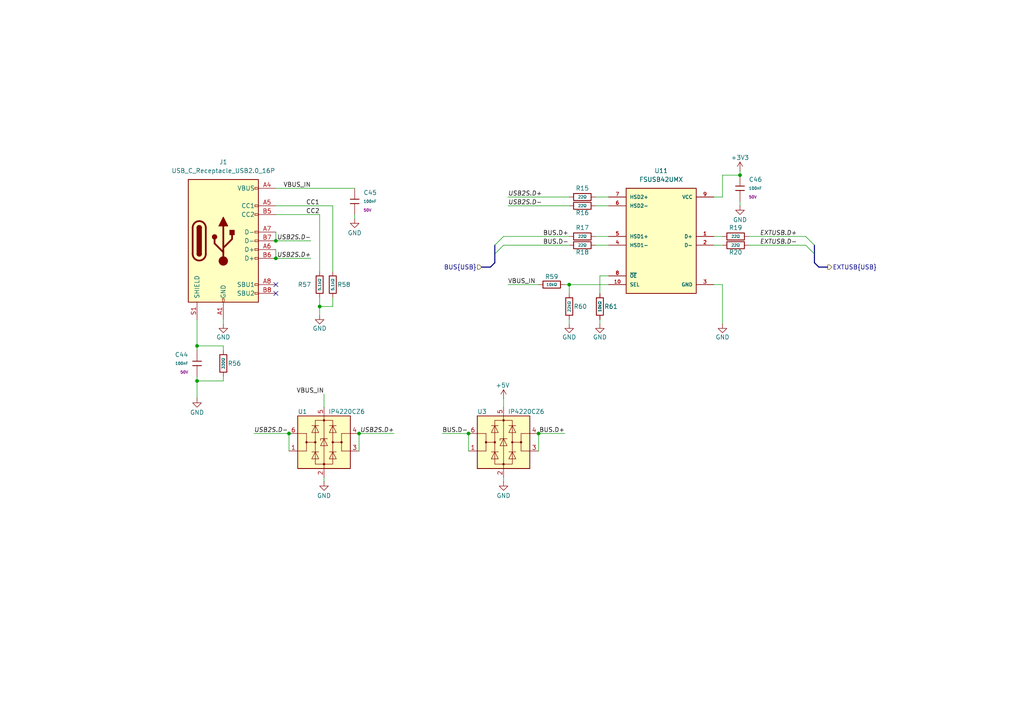
<source format=kicad_sch>
(kicad_sch (version 20231120) (generator "eeschema") (generator_version "8.0")
  (paper "A4")
  (title_block (date "2025-01-10") (rev "1.0") (company "Patryk Dudziński"))
  (lib_symbols
    (symbol "FSUSB42UMX:FSUSB42UMX" (pin_names (offset 1.016))
      (property "Reference" "U" (at -10.16 15.748 0))
      (property "Value" "FSUSB42UMX" (at -10.16 -17.78 0))
      (symbol "FSUSB42UMX_0_0"
        (rectangle (start -10.16 15.24) (end 10.16 -15.24) (stroke (width 0.254)) (fill (type background)))
        (pin bidirectional line (at 15.24 1.27 180) (length 5.08) (name "D+") (number "1"))
        (pin input line (at -15.24 -12.7 0) (length 5.08) (name "SEL") (number "10"))
        (pin bidirectional line (at 15.24 -1.27 180) (length 5.08) (name "D-") (number "2"))
        (pin power_in line (at 15.24 -12.7 180) (length 5.08) (name "GND") (number "3"))
        (pin input line (at -15.24 -1.27 0) (length 5.08) (name "HSD1-") (number "4"))
        (pin input line (at -15.24 1.27 0) (length 5.08) (name "HSD1+") (number "5"))
        (pin input line (at -15.24 10.16 0) (length 5.08) (name "HSD2-") (number "6"))
        (pin input line (at -15.24 12.7 0) (length 5.08) (name "HSD2+") (number "7"))
        (pin input line (at -15.24 -10.16 0) (length 5.08) (name "~{OE}") (number "8"))
        (pin power_in line (at 15.24 12.7 180) (length 5.08) (name "VCC") (number "9"))
      )
    )
    (symbol "PCM_JLCPCB-Capacitors:0402,100nF,(2)" (pin_numbers hide) (pin_names (offset 0))
      (property "Reference" "C" (at 2.032 1.668 0))
      (property "Value" "100nF" (at 2.032 -0.3782 0))
      (property "Voltage Rated" "50V" (at 2.032 -2.0462 0))
      (symbol "0402,100nF,(2)_0_1"
        (polyline (pts (xy -1.27 -0.635) (xy 1.27 -0.635)) (stroke (width 0.254)))
        (polyline (pts (xy -1.27 0.635) (xy 1.27 0.635)) (stroke (width 0.254)))
      )
      (symbol "0402,100nF,(2)_1_1"
        (pin passive line (at 0 3.81 270) (length 3.175) (name "~") (number "1"))
        (pin passive line (at 0 -3.81 90) (length 3.175) (name "~") (number "2"))
      )
    )
    (symbol "PCM_JLCPCB-Resistors:0402,10kΩ" (pin_numbers hide) (pin_names (offset 0))
      (property "Reference" "R" (at 1.778 0 0))
      (property "Value" "10kΩ" (at 0 0 90))
      (symbol "0402,10kΩ_0_1"
        (rectangle (start -1.016 2.54) (end 1.016 -2.54) (stroke (width 0.254)))
      )
      (symbol "0402,10kΩ_1_1"
        (pin passive line (at 0 3.81 270) (length 1.27) (name "~") (number "1"))
        (pin passive line (at 0 -3.81 90) (length 1.27) (name "~") (number "2"))
      )
    )
    (symbol "PCM_JLCPCB-Resistors:0402,22kΩ" (pin_numbers hide) (pin_names (offset 0))
      (property "Reference" "R" (at 1.778 0 0))
      (property "Value" "22kΩ" (at 0 0 90))
      (symbol "0402,22kΩ_0_1"
        (rectangle (start -1.016 2.54) (end 1.016 -2.54) (stroke (width 0.254)))
      )
      (symbol "0402,22kΩ_1_1"
        (pin passive line (at 0 3.81 270) (length 1.27) (name "~") (number "1"))
        (pin passive line (at 0 -3.81 90) (length 1.27) (name "~") (number "2"))
      )
    )
    (symbol "PCM_JLCPCB-Resistors:0402,22Ω" (pin_numbers hide) (pin_names (offset 0))
      (property "Reference" "R" (at 1.778 0 0))
      (property "Value" "22Ω" (at 0 0 90))
      (symbol "0402,22Ω_0_1"
        (rectangle (start -1.016 2.54) (end 1.016 -2.54) (stroke (width 0.254)))
      )
      (symbol "0402,22Ω_1_1"
        (pin passive line (at 0 3.81 270) (length 1.27) (name "~") (number "1"))
        (pin passive line (at 0 -3.81 90) (length 1.27) (name "~") (number "2"))
      )
    )
    (symbol "PCM_JLCPCB-Resistors:0402,330Ω" (pin_numbers hide) (pin_names (offset 0))
      (property "Reference" "R" (at 1.778 0 0))
      (property "Value" "330Ω" (at 0 0 90))
      (symbol "0402,330Ω_0_1"
        (rectangle (start -1.016 2.54) (end 1.016 -2.54) (stroke (width 0.254)))
      )
      (symbol "0402,330Ω_1_1"
        (pin passive line (at 0 3.81 270) (length 1.27) (name "~") (number "1"))
        (pin passive line (at 0 -3.81 90) (length 1.27) (name "~") (number "2"))
      )
    )
    (symbol "PCM_JLCPCB-Resistors:0402,5.1kΩ" (pin_numbers hide) (pin_names (offset 0))
      (property "Reference" "R" (at 1.778 0 0))
      (property "Value" "5.1kΩ" (at 0 0 90))
      (symbol "0402,5.1kΩ_0_1"
        (rectangle (start -1.016 2.54) (end 1.016 -2.54) (stroke (width 0.254)))
      )
      (symbol "0402,5.1kΩ_1_1"
        (pin passive line (at 0 3.81 270) (length 1.27) (name "~") (number "1"))
        (pin passive line (at 0 -3.81 90) (length 1.27) (name "~") (number "2"))
      )
    )
    (symbol "Power_Protection:USBLC6-2SC6" (pin_names hide)
      (property "Reference" "U" (at 2.54 8.89 0))
      (property "Value" "USBLC6-2SC6" (at 2.54 -8.89 0))
      (symbol "USBLC6-2SC6_0_1"
        (rectangle (start -7.62 -7.62) (end 7.62 7.62) (stroke (width 0.254)) (fill (type background)))
        (circle (center -5.08 0) (radius 0.254) (fill (type outline)))
        (circle (center -2.54 0) (radius 0.254) (fill (type outline)))
        (rectangle (start -2.54 6.35) (end 2.54 -6.35))
        (circle (center 0 -6.35) (radius 0.254) (fill (type outline)))
        (polyline (pts (xy -5.08 -2.54) (xy -7.62 -2.54)))
        (polyline (pts (xy -5.08 0) (xy -5.08 -2.54)))
        (polyline (pts (xy -5.08 2.54) (xy -7.62 2.54)))
        (polyline (pts (xy -1.524 -2.794) (xy -3.556 -2.794)))
        (polyline (pts (xy -1.524 4.826) (xy -3.556 4.826)))
        (polyline (pts (xy 0 -7.62) (xy 0 -6.35)))
        (polyline (pts (xy 0 -6.35) (xy 0 1.27)))
        (polyline (pts (xy 0 1.27) (xy 0 6.35)))
        (polyline (pts (xy 0 6.35) (xy 0 7.62)))
        (polyline (pts (xy 1.524 -2.794) (xy 3.556 -2.794)))
        (polyline (pts (xy 1.524 4.826) (xy 3.556 4.826)))
        (polyline (pts (xy 5.08 -2.54) (xy 7.62 -2.54)))
        (polyline (pts (xy 5.08 0) (xy 5.08 -2.54)))
        (polyline (pts (xy 5.08 2.54) (xy 7.62 2.54)))
        (polyline (pts (xy -2.54 0) (xy -5.08 0) (xy -5.08 2.54)))
        (polyline (pts (xy 2.54 0) (xy 5.08 0) (xy 5.08 2.54)))
        (polyline (pts (xy -3.556 -4.826) (xy -1.524 -4.826) (xy -2.54 -2.794) (xy -3.556 -4.826)))
        (polyline (pts (xy -3.556 2.794) (xy -1.524 2.794) (xy -2.54 4.826) (xy -3.556 2.794)))
        (polyline (pts (xy -1.016 -1.016) (xy 1.016 -1.016) (xy 0 1.016) (xy -1.016 -1.016)))
        (polyline (pts (xy 1.016 1.016) (xy 0.762 1.016) (xy -1.016 1.016) (xy -1.016 0.508)))
        (polyline (pts (xy 3.556 -4.826) (xy 1.524 -4.826) (xy 2.54 -2.794) (xy 3.556 -4.826)))
        (polyline (pts (xy 3.556 2.794) (xy 1.524 2.794) (xy 2.54 4.826) (xy 3.556 2.794)))
        (circle (center 0 6.35) (radius 0.254) (fill (type outline)))
        (circle (center 2.54 0) (radius 0.254) (fill (type outline)))
        (circle (center 5.08 0) (radius 0.254) (fill (type outline)))
      )
      (symbol "USBLC6-2SC6_1_1"
        (pin passive line (at -10.16 -2.54 0) (length 2.54) (name "I/O1") (number "1"))
        (pin passive line (at 0 -10.16 90) (length 2.54) (name "GND") (number "2"))
        (pin passive line (at 10.16 -2.54 180) (length 2.54) (name "I/O2") (number "3"))
        (pin passive line (at 10.16 2.54 180) (length 2.54) (name "I/O2") (number "4"))
        (pin passive line (at 0 10.16 270) (length 2.54) (name "VBUS") (number "5"))
        (pin passive line (at -10.16 2.54 0) (length 2.54) (name "I/O1") (number "6"))
      )
    )
    (symbol "USB_C_Receptacle_USB2.0_16P_1" (pin_names (offset 1.016))
      (property "Reference" "J" (at 0 22.225 0))
      (property "Value" "USB_C_Receptacle_USB2.0_16P" (at 0 19.685 0))
      (symbol "USB_C_Receptacle_USB2.0_16P_1_0_0"
        (rectangle (start -0.254 -17.78) (end 0.254 -16.764))
        (rectangle (start 10.16 -14.986) (end 9.144 -15.494))
        (rectangle (start 10.16 -12.446) (end 9.144 -12.954))
        (rectangle (start 10.16 -4.826) (end 9.144 -5.334))
        (rectangle (start 10.16 -2.286) (end 9.144 -2.794))
        (rectangle (start 10.16 0.254) (end 9.144 -0.254))
        (rectangle (start 10.16 2.794) (end 9.144 2.286))
        (rectangle (start 10.16 7.874) (end 9.144 7.366))
        (rectangle (start 10.16 10.414) (end 9.144 9.906))
        (rectangle (start 10.16 15.494) (end 9.144 14.986))
      )
      (symbol "USB_C_Receptacle_USB2.0_16P_1_0_1"
        (rectangle (start -10.16 17.78) (end 10.16 -17.78) (stroke (width 0.254)) (fill (type background)))
        (arc (start -8.89 -3.81) (mid -6.985 -5.7067) (end -5.08 -3.81) (stroke (width 0.508)))
        (arc (start -7.62 -3.81) (mid -6.985 -4.4423) (end -6.35 -3.81) (stroke (width 0.254)))
        (arc (start -7.62 -3.81) (mid -6.985 -4.4423) (end -6.35 -3.81) (stroke (width 0.254)) (fill (type outline)))
        (rectangle (start -7.62 -3.81) (end -6.35 3.81) (stroke (width 0.254)) (fill (type outline)))
        (arc (start -6.35 3.81) (mid -6.985 4.4423) (end -7.62 3.81) (stroke (width 0.254)))
        (arc (start -6.35 3.81) (mid -6.985 4.4423) (end -7.62 3.81) (stroke (width 0.254)) (fill (type outline)))
        (arc (start -5.08 3.81) (mid -6.985 5.7067) (end -8.89 3.81) (stroke (width 0.508)))
        (circle (center -2.54 1.143) (radius 0.635) (stroke (width 0.254)) (fill (type outline)))
        (circle (center 0 -5.842) (radius 1.27) (fill (type outline)))
        (polyline (pts (xy -8.89 -3.81) (xy -8.89 3.81)) (stroke (width 0.508)))
        (polyline (pts (xy -5.08 3.81) (xy -5.08 -3.81)) (stroke (width 0.508)))
        (polyline (pts (xy 0 -5.842) (xy 0 4.318)) (stroke (width 0.508)))
        (polyline (pts (xy 0 -3.302) (xy -2.54 -0.762) (xy -2.54 0.508)) (stroke (width 0.508)))
        (polyline (pts (xy 0 -2.032) (xy 2.54 0.508) (xy 2.54 1.778)) (stroke (width 0.508)))
        (polyline (pts (xy -1.27 4.318) (xy 0 6.858) (xy 1.27 4.318) (xy -1.27 4.318)) (stroke (width 0.254)) (fill (type outline)))
        (rectangle (start 1.905 1.778) (end 3.175 3.048) (stroke (width 0.254)) (fill (type outline)))
      )
      (symbol "USB_C_Receptacle_USB2.0_16P_1_1_1"
        (pin passive line (at 0 -22.86 90) (length 5.08) (name "GND") (number "A1"))
        (pin passive line (at 0 -22.86 90) (length 5.08) hide (name "GND") (number "A12"))
        (pin passive line (at 15.24 15.24 180) (length 5.08) (name "VBUS") (number "A4"))
        (pin bidirectional line (at 15.24 10.16 180) (length 5.08) (name "CC1") (number "A5"))
        (pin bidirectional line (at 15.24 -2.54 180) (length 5.08) (name "D+") (number "A6"))
        (pin bidirectional line (at 15.24 2.54 180) (length 5.08) (name "D-") (number "A7"))
        (pin bidirectional line (at 15.24 -12.7 180) (length 5.08) (name "SBU1") (number "A8"))
        (pin passive line (at 15.24 15.24 180) (length 5.08) hide (name "VBUS") (number "A9"))
        (pin passive line (at 0 -22.86 90) (length 5.08) hide (name "GND") (number "B1"))
        (pin passive line (at 0 -22.86 90) (length 5.08) hide (name "GND") (number "B12"))
        (pin passive line (at 15.24 15.24 180) (length 5.08) hide (name "VBUS") (number "B4"))
        (pin bidirectional line (at 15.24 7.62 180) (length 5.08) (name "CC2") (number "B5"))
        (pin bidirectional line (at 15.24 -5.08 180) (length 5.08) (name "D+") (number "B6"))
        (pin bidirectional line (at 15.24 0 180) (length 5.08) (name "D-") (number "B7"))
        (pin bidirectional line (at 15.24 -15.24 180) (length 5.08) (name "SBU2") (number "B8"))
        (pin passive line (at 15.24 15.24 180) (length 5.08) hide (name "VBUS") (number "B9"))
        (pin passive line (at -7.62 -22.86 90) (length 5.08) (name "SHIELD") (number "S1"))
      )
    )
    (symbol "power:+5V" (power) (pin_numbers hide) (pin_names (offset 0) hide)
      (property "Value" "+5V" (at 0 3.556 0))
      (symbol "+5V_0_1"
        (polyline (pts (xy -0.762 1.27) (xy 0 2.54)))
        (polyline (pts (xy 0 0) (xy 0 2.54)))
        (polyline (pts (xy 0 2.54) (xy 0.762 1.27)))
      )
      (symbol "+5V_1_1"
        (pin power_in line (at 0 0 90) (length 0) (name "~") (number "1"))
      )
    )
    (symbol "power:GND" (power) (pin_numbers hide) (pin_names (offset 0) hide)
      (property "Value" "GND" (at 0 -3.81 0))
      (symbol "GND_0_1"
        (polyline (pts (xy 0 0) (xy 0 -1.27) (xy 1.27 -1.27) (xy 0 -2.54) (xy -1.27 -1.27) (xy 0 -1.27)))
      )
      (symbol "GND_1_1"
        (pin power_in line (at 0 0 270) (length 0) (name "~") (number "1"))
      )
    )
  )
  (junction (at 57.15 100.33))
  (junction (at 80.01 69.85))
  (junction (at 135.89 125.73))
  (junction (at 57.15 110.49))
  (junction (at 83.82 125.73))
  (junction (at 156.21 125.73))
  (junction (at 214.63 50.8))
  (junction (at 165.1 82.55))
  (junction (at 80.01 74.93))
  (junction (at 92.71 88.9))
  (junction (at 104.14 125.73))
  (no_connect (at 80.01 85.09))
  (no_connect (at 80.01 82.55))
  (bus_entry (at 233.68 68.58) (size 2.54 2.54))
  (bus_entry (at 143.51 71.12) (size 2.54 -2.54))
  (bus_entry (at 143.51 73.66) (size 2.54 -2.54))
  (bus_entry (at 233.68 71.12) (size 2.54 2.54))
  (bus (pts (xy 142.24 77.47) (xy 143.51 76.2)))
  (wire (pts (xy 163.83 82.55) (xy 165.1 82.55)))
  (wire (pts (xy 173.99 92.71) (xy 173.99 93.98)))
  (wire (pts (xy 172.72 57.15) (xy 176.53 57.15)))
  (wire (pts (xy 172.72 68.58) (xy 176.53 68.58)))
  (wire (pts (xy 207.01 57.15) (xy 209.55 57.15)))
  (wire (pts (xy 93.98 138.43) (xy 93.98 139.7)))
  (wire (pts (xy 146.05 68.58) (xy 165.1 68.58)))
  (bus (pts (xy 236.22 73.66) (xy 236.22 76.2)))
  (wire (pts (xy 217.17 71.12) (xy 233.68 71.12)))
  (wire (pts (xy 64.77 110.49) (xy 57.15 110.49)))
  (wire (pts (xy 146.05 115.57) (xy 146.05 118.11)))
  (wire (pts (xy 96.52 78.74) (xy 96.52 59.69)))
  (wire (pts (xy 93.98 114.3) (xy 93.98 118.11)))
  (wire (pts (xy 209.55 50.8) (xy 209.55 57.15)))
  (wire (pts (xy 214.63 49.53) (xy 214.63 50.8)))
  (wire (pts (xy 57.15 110.49) (xy 57.15 115.57)))
  (wire (pts (xy 57.15 100.33) (xy 57.15 101.6)))
  (wire (pts (xy 147.32 59.69) (xy 165.1 59.69)))
  (wire (pts (xy 73.66 125.73) (xy 83.82 125.73)))
  (wire (pts (xy 147.32 82.55) (xy 156.21 82.55)))
  (wire (pts (xy 209.55 93.98) (xy 209.55 82.55)))
  (wire (pts (xy 83.82 125.73) (xy 83.82 130.81)))
  (bus (pts (xy 237.49 77.47) (xy 236.22 76.2)))
  (wire (pts (xy 64.77 109.22) (xy 64.77 110.49)))
  (wire (pts (xy 80.01 59.69) (xy 96.52 59.69)))
  (wire (pts (xy 80.01 72.39) (xy 80.01 74.93)))
  (wire (pts (xy 172.72 71.12) (xy 176.53 71.12)))
  (bus (pts (xy 139.7 77.47) (xy 142.24 77.47)))
  (wire (pts (xy 207.01 68.58) (xy 209.55 68.58)))
  (wire (pts (xy 102.87 62.23) (xy 102.87 63.5)))
  (wire (pts (xy 104.14 125.73) (xy 114.3 125.73)))
  (wire (pts (xy 217.17 68.58) (xy 233.68 68.58)))
  (bus (pts (xy 143.51 73.66) (xy 143.51 76.2)))
  (wire (pts (xy 165.1 92.71) (xy 165.1 93.98)))
  (wire (pts (xy 209.55 82.55) (xy 207.01 82.55)))
  (wire (pts (xy 57.15 92.71) (xy 57.15 100.33)))
  (wire (pts (xy 92.71 62.23) (xy 92.71 78.74)))
  (wire (pts (xy 165.1 82.55) (xy 176.53 82.55)))
  (wire (pts (xy 172.72 59.69) (xy 176.53 59.69)))
  (wire (pts (xy 80.01 62.23) (xy 92.71 62.23)))
  (wire (pts (xy 207.01 71.12) (xy 209.55 71.12)))
  (wire (pts (xy 80.01 67.31) (xy 80.01 69.85)))
  (wire (pts (xy 156.21 125.73) (xy 163.83 125.73)))
  (wire (pts (xy 80.01 69.85) (xy 90.17 69.85)))
  (wire (pts (xy 92.71 88.9) (xy 92.71 91.44)))
  (wire (pts (xy 64.77 100.33) (xy 64.77 101.6)))
  (bus (pts (xy 237.49 77.47) (xy 240.03 77.47)))
  (wire (pts (xy 96.52 86.36) (xy 96.52 88.9)))
  (wire (pts (xy 128.27 125.73) (xy 135.89 125.73)))
  (wire (pts (xy 173.99 80.01) (xy 173.99 85.09)))
  (wire (pts (xy 80.01 74.93) (xy 90.17 74.93)))
  (wire (pts (xy 64.77 93.98) (xy 64.77 92.71)))
  (wire (pts (xy 57.15 109.22) (xy 57.15 110.49)))
  (wire (pts (xy 92.71 88.9) (xy 96.52 88.9)))
  (bus (pts (xy 236.22 71.12) (xy 236.22 73.66)))
  (wire (pts (xy 146.05 138.43) (xy 146.05 139.7)))
  (wire (pts (xy 135.89 125.73) (xy 135.89 130.81)))
  (wire (pts (xy 80.01 54.61) (xy 102.87 54.61)))
  (wire (pts (xy 214.63 50.8) (xy 209.55 50.8)))
  (wire (pts (xy 92.71 86.36) (xy 92.71 88.9)))
  (wire (pts (xy 156.21 125.73) (xy 156.21 130.81)))
  (bus (pts (xy 143.51 71.12) (xy 143.51 73.66)))
  (wire (pts (xy 64.77 100.33) (xy 57.15 100.33)))
  (wire (pts (xy 104.14 125.73) (xy 104.14 130.81)))
  (wire (pts (xy 173.99 80.01) (xy 176.53 80.01)))
  (wire (pts (xy 214.63 58.42) (xy 214.63 59.69)))
  (wire (pts (xy 165.1 82.55) (xy 165.1 85.09)))
  (wire (pts (xy 146.05 71.12) (xy 165.1 71.12)))
  (wire (pts (xy 147.32 57.15) (xy 165.1 57.15)))
  (label "EXTUSB.D+" (at 231.14 68.58 180) (effects (font (italic yes))))
  (label "CC1" (at 92.71 59.69 180))
  (label "EXTUSB.D-" (at 231.14 71.12 180) (effects (font (italic yes))))
  (label "USB2S.D+" (at 114.3 125.73 180) (effects (font (italic yes))))
  (label "VBUS_IN" (at 93.98 114.3 180))
  (label "VBUS_IN" (at 90.17 54.61 180))
  (label "BUS.D+" (at 163.83 125.73 180))
  (label "BUS.D+" (at 157.48 68.58 0))
  (label "USB2S.D+" (at 147.32 57.15 0) (effects (font (italic yes))))
  (label "USB2S.D+" (at 90.17 74.93 180) (effects (font (italic yes))))
  (label "USB2S.D-" (at 147.32 59.69 0) (effects (font (italic yes))))
  (label "BUS.D-" (at 157.48 71.12 0))
  (label "USB2S.D-" (at 73.66 125.73 0) (effects (font (italic yes))))
  (label "USB2S.D-" (at 90.17 69.85 180) (effects (font (italic yes))))
  (label "VBUS_IN" (at 147.32 82.55 0))
  (label "CC2" (at 92.71 62.23 180))
  (label "BUS.D-" (at 128.27 125.73 0))
  (hierarchical_label "BUS{USB}" (shape input) (at 139.7 77.47 180))
  (hierarchical_label "EXTUSB{USB}" (shape output) (at 240.03 77.47 0))
  (symbol (lib_id "power:GND") (at 92.71 91.44 0) (mirror y) (unit 1)
    (property "Reference" "#PWR093" (effects (hide yes)))
    (property "Value" "GND" (at 92.71 95.25 0))
    (property "Description" "Power symbol creates a global label with name \"GND\" , ground" (effects (hide yes)))
  )
  (symbol (lib_id "PCM_JLCPCB-Resistors:0402,22Ω") (at 168.91 57.15 90) (unit 1)
    (property "Reference" "R15" (at 168.91 54.61 90))
    (property "Value" "22Ω" (at 168.91 57.15 90) (effects (font (size 0.8 0.8))))
    (property "Footprint" "PCM_JLCPCB:R_0402" (effects (hide yes)))
    (property "Datasheet" "https://www.lcsc.com/datasheet/lcsc_datasheet_2205311900_UNI-ROYAL-Uniroyal-Elec-0402WGF220JTCE_C25092.pdf" (effects (hide yes)))
    (property "Description" "62.5mW Thick Film Resistors 50V ±1% ±100ppm/°C 22Ω 0402 Chip Resistor - Surface Mount ROHS" (effects (hide yes)))
    (property "LCSC" "C25092" (effects (hide yes)))
    (property "Stock" "2545567" (effects (hide yes)))
    (property "Price" "0.004USD" (effects (hide yes)))
    (property "Process" "SMT" (effects (hide yes)))
    (property "Minimum Qty" "20" (effects (hide yes)))
    (property "Attrition Qty" "10" (effects (hide yes)))
    (property "Class" "Basic Component" (effects (hide yes)))
    (property "Category" "Resistors,Chip Resistor - Surface Mount" (effects (hide yes)))
    (property "Manufacturer" "UNI-ROYAL(Uniroyal Elec)" (effects (hide yes)))
    (property "Part" "0402WGF220JTCE" (effects (hide yes)))
    (property "Resistance" "22Ω" (effects (hide yes)))
    (property "Power(Watts)" "62.5mW" (effects (hide yes)))
    (property "Type" "Thick Film Resistors" (effects (hide yes)))
    (property "Overload Voltage (Max)" "50V" (effects (hide yes)))
    (property "Operating Temperature Range" "-55°C~+155°C" (effects (hide yes)))
    (property "Tolerance" "±1%" (effects (hide yes)))
    (property "Temperature Coefficient" "±100ppm/°C" (effects (hide yes)))
  )
  (symbol (lib_id "power:GND") (at 146.05 139.7 0) (unit 1)
    (property "Reference" "#PWR2" (effects (hide yes)))
    (property "Value" "GND" (at 146.05 143.764 0))
    (property "Description" "Power symbol creates a global label with name \"GND\" , ground" (effects (hide yes)))
  )
  (symbol (lib_id "PCM_JLCPCB-Capacitors:0402,100nF,(2)") (at 102.87 58.42 0) (unit 1)
    (property "Reference" "C45" (at 105.41 55.8799 0) (effects (justify left)))
    (property "Value" "100nF" (at 105.41 58.42 0) (effects (font (size 0.8 0.8)) (justify left)))
    (property "Footprint" "PCM_JLCPCB:C_0402" (effects (hide yes)))
    (property "Datasheet" "https://www.lcsc.com/datasheet/lcsc_datasheet_2304140030_Samsung-Electro-Mechanics-CL05B104KB54PNC_C307331.pdf" (effects (hide yes)))
    (property "Description" "50V 100nF X7R ±10% 0402 Multilayer Ceramic Capacitors MLCC - SMD/SMT ROHS" (effects (hide yes)))
    (property "LCSC" "C307331" (effects (hide yes)))
    (property "Stock" "3851753" (effects (hide yes)))
    (property "Price" "0.008USD" (effects (hide yes)))
    (property "Process" "SMT" (effects (hide yes)))
    (property "Minimum Qty" "20" (effects (hide yes)))
    (property "Attrition Qty" "10" (effects (hide yes)))
    (property "Class" "Basic Component" (effects (hide yes)))
    (property "Category" "Capacitors,Multilayer Ceramic Capacitors MLCC - SMD/SMT" (effects (hide yes)))
    (property "Manufacturer" "Samsung Electro-Mechanics" (effects (hide yes)))
    (property "Part" "CL05B104KB54PNC" (effects (hide yes)))
    (property "Voltage Rated" "50V" (at 105.41 60.96 0) (effects (font (size 0.8 0.8)) (justify left)))
    (property "Tolerance" "±10%" (effects (hide yes)))
    (property "Capacitance" "100nF" (effects (hide yes)))
    (property "Temperature Coefficient" "X7R" (effects (hide yes)))
  )
  (symbol (lib_name "USB_C_Receptacle_USB2.0_16P_1") (lib_id "Connector:USB_C_Receptacle_USB2.0_16P") (at 64.77 69.85 0) (unit 1)
    (property "Reference" "J1" (at 64.77 46.99 0))
    (property "Value" "USB_C_Receptacle_USB2.0_16P" (at 64.77 49.53 0))
    (property "Footprint" "Connector_USB:USB_C_Receptacle_GCT_USB4105-xx-A_16P_TopMnt_Horizontal" (effects (hide yes)))
    (property "Datasheet" "https://www.usb.org/sites/default/files/documents/usb_type-c.zip" (effects (hide yes)))
    (property "Description" "USB 2.0-only 16P Type-C Receptacle connector" (effects (hide yes)))
  )
  (symbol (lib_id "PCM_JLCPCB-Resistors:0402,22Ω") (at 168.91 68.58 90) (unit 1)
    (property "Reference" "R17" (at 168.91 66.04 90))
    (property "Value" "22Ω" (at 168.91 68.58 90) (effects (font (size 0.8 0.8))))
    (property "Footprint" "PCM_JLCPCB:R_0402" (effects (hide yes)))
    (property "Datasheet" "https://www.lcsc.com/datasheet/lcsc_datasheet_2205311900_UNI-ROYAL-Uniroyal-Elec-0402WGF220JTCE_C25092.pdf" (effects (hide yes)))
    (property "Description" "62.5mW Thick Film Resistors 50V ±1% ±100ppm/°C 22Ω 0402 Chip Resistor - Surface Mount ROHS" (effects (hide yes)))
    (property "LCSC" "C25092" (effects (hide yes)))
    (property "Stock" "2545567" (effects (hide yes)))
    (property "Price" "0.004USD" (effects (hide yes)))
    (property "Process" "SMT" (effects (hide yes)))
    (property "Minimum Qty" "20" (effects (hide yes)))
    (property "Attrition Qty" "10" (effects (hide yes)))
    (property "Class" "Basic Component" (effects (hide yes)))
    (property "Category" "Resistors,Chip Resistor - Surface Mount" (effects (hide yes)))
    (property "Manufacturer" "UNI-ROYAL(Uniroyal Elec)" (effects (hide yes)))
    (property "Part" "0402WGF220JTCE" (effects (hide yes)))
    (property "Resistance" "22Ω" (effects (hide yes)))
    (property "Power(Watts)" "62.5mW" (effects (hide yes)))
    (property "Type" "Thick Film Resistors" (effects (hide yes)))
    (property "Overload Voltage (Max)" "50V" (effects (hide yes)))
    (property "Operating Temperature Range" "-55°C~+155°C" (effects (hide yes)))
    (property "Tolerance" "±1%" (effects (hide yes)))
    (property "Temperature Coefficient" "±100ppm/°C" (effects (hide yes)))
  )
  (symbol (lib_id "PCM_JLCPCB-Resistors:0402,10kΩ") (at 160.02 82.55 90) (unit 1)
    (property "Reference" "R59" (at 160.02 80.264 90))
    (property "Value" "10kΩ" (at 160.02 82.55 90) (effects (font (size 0.8 0.8))))
    (property "Footprint" "PCM_JLCPCB:R_0402" (effects (hide yes)))
    (property "Datasheet" "https://www.lcsc.com/datasheet/lcsc_datasheet_2411221126_UNI-ROYAL-Uniroyal-Elec-0402WGF1002TCE_C25744.pdf" (effects (hide yes)))
    (property "Description" "62.5mW Thick Film Resistors 50V ±100ppm/°C ±1% 10kΩ 0402 Chip Resistor - Surface Mount ROHS" (effects (hide yes)))
    (property "LCSC" "C25744" (effects (hide yes)))
    (property "Stock" "14017682" (effects (hide yes)))
    (property "Price" "0.004USD" (effects (hide yes)))
    (property "Process" "SMT" (effects (hide yes)))
    (property "Minimum Qty" "5" (effects (hide yes)))
    (property "Attrition Qty" "0" (effects (hide yes)))
    (property "Class" "Basic Component" (effects (hide yes)))
    (property "Category" "Resistors,Chip Resistor - Surface Mount" (effects (hide yes)))
    (property "Manufacturer" "UNI-ROYAL(Uniroyal Elec)" (effects (hide yes)))
    (property "Part" "0402WGF1002TCE" (effects (hide yes)))
    (property "Resistance" "10kΩ" (effects (hide yes)))
    (property "Power(Watts)" "62.5mW" (effects (hide yes)))
    (property "Type" "Thick Film Resistors" (effects (hide yes)))
    (property "Overload Voltage (Max)" "50V" (effects (hide yes)))
    (property "Operating Temperature Range" "-55°C~+155°C" (effects (hide yes)))
    (property "Tolerance" "±1%" (effects (hide yes)))
    (property "Temperature Coefficient" "±100ppm/°C" (effects (hide yes)))
  )
  (symbol (lib_id "PCM_JLCPCB-Resistors:0402,330Ω") (at 64.77 105.41 0) (unit 1)
    (property "Reference" "R56" (at 66.04 105.41 0) (effects (justify left)))
    (property "Value" "330Ω" (at 64.77 105.41 90) (effects (font (size 0.8 0.8))))
    (property "Footprint" "PCM_JLCPCB:R_0402" (effects (hide yes)))
    (property "Datasheet" "https://www.lcsc.com/datasheet/lcsc_datasheet_2205311900_UNI-ROYAL-Uniroyal-Elec-0402WGF3300TCE_C25104.pdf" (effects (hide yes)))
    (property "Description" "62.5mW Thick Film Resistors 50V ±100ppm/°C ±1% 330Ω 0402 Chip Resistor - Surface Mount ROHS" (effects (hide yes)))
    (property "LCSC" "C25104" (effects (hide yes)))
    (property "Stock" "399284" (effects (hide yes)))
    (property "Price" "0.004USD" (effects (hide yes)))
    (property "Process" "SMT" (effects (hide yes)))
    (property "Minimum Qty" "20" (effects (hide yes)))
    (property "Attrition Qty" "10" (effects (hide yes)))
    (property "Class" "Basic Component" (effects (hide yes)))
    (property "Category" "Resistors,Chip Resistor - Surface Mount" (effects (hide yes)))
    (property "Manufacturer" "UNI-ROYAL(Uniroyal Elec)" (effects (hide yes)))
    (property "Part" "0402WGF3300TCE" (effects (hide yes)))
    (property "Resistance" "330Ω" (effects (hide yes)))
    (property "Power(Watts)" "62.5mW" (effects (hide yes)))
    (property "Type" "Thick Film Resistors" (effects (hide yes)))
    (property "Overload Voltage (Max)" "50V" (effects (hide yes)))
    (property "Operating Temperature Range" "-55°C~+155°C" (effects (hide yes)))
    (property "Tolerance" "±1%" (effects (hide yes)))
    (property "Temperature Coefficient" "±100ppm/°C" (effects (hide yes)))
  )
  (symbol (lib_id "power:GND") (at 209.55 93.98 0) (unit 1)
    (property "Reference" "#PWR0106" (effects (hide yes)))
    (property "Value" "GND" (at 209.55 97.79 0))
    (property "Description" "Power symbol creates a global label with name \"GND\" , ground" (effects (hide yes)))
  )
  (symbol (lib_id "PCM_JLCPCB-Resistors:0402,22Ω") (at 168.91 59.69 90) (unit 1)
    (property "Reference" "R16" (at 168.91 61.722 90))
    (property "Value" "22Ω" (at 168.91 59.69 90) (effects (font (size 0.8 0.8))))
    (property "Footprint" "PCM_JLCPCB:R_0402" (effects (hide yes)))
    (property "Datasheet" "https://www.lcsc.com/datasheet/lcsc_datasheet_2205311900_UNI-ROYAL-Uniroyal-Elec-0402WGF220JTCE_C25092.pdf" (effects (hide yes)))
    (property "Description" "62.5mW Thick Film Resistors 50V ±1% ±100ppm/°C 22Ω 0402 Chip Resistor - Surface Mount ROHS" (effects (hide yes)))
    (property "LCSC" "C25092" (effects (hide yes)))
    (property "Stock" "2545567" (effects (hide yes)))
    (property "Price" "0.004USD" (effects (hide yes)))
    (property "Process" "SMT" (effects (hide yes)))
    (property "Minimum Qty" "20" (effects (hide yes)))
    (property "Attrition Qty" "10" (effects (hide yes)))
    (property "Class" "Basic Component" (effects (hide yes)))
    (property "Category" "Resistors,Chip Resistor - Surface Mount" (effects (hide yes)))
    (property "Manufacturer" "UNI-ROYAL(Uniroyal Elec)" (effects (hide yes)))
    (property "Part" "0402WGF220JTCE" (effects (hide yes)))
    (property "Resistance" "22Ω" (effects (hide yes)))
    (property "Power(Watts)" "62.5mW" (effects (hide yes)))
    (property "Type" "Thick Film Resistors" (effects (hide yes)))
    (property "Overload Voltage (Max)" "50V" (effects (hide yes)))
    (property "Operating Temperature Range" "-55°C~+155°C" (effects (hide yes)))
    (property "Tolerance" "±1%" (effects (hide yes)))
    (property "Temperature Coefficient" "±100ppm/°C" (effects (hide yes)))
  )
  (symbol (lib_id "power:GND") (at 64.77 93.98 0) (mirror y) (unit 1)
    (property "Reference" "#PWR090" (effects (hide yes)))
    (property "Value" "GND" (at 64.77 97.79 0))
    (property "Description" "Power symbol creates a global label with name \"GND\" , ground" (effects (hide yes)))
  )
  (symbol (lib_id "power:GND") (at 57.15 115.57 0) (unit 1)
    (property "Reference" "#PWR084" (effects (hide yes)))
    (property "Value" "GND" (at 57.15 119.634 0))
    (property "Description" "Power symbol creates a global label with name \"GND\" , ground" (effects (hide yes)))
  )
  (symbol (lib_id "PCM_JLCPCB-Resistors:0402,22Ω") (at 213.36 68.58 90) (unit 1)
    (property "Reference" "R19" (at 213.36 66.04 90))
    (property "Value" "22Ω" (at 213.36 68.58 90) (effects (font (size 0.8 0.8))))
    (property "Footprint" "PCM_JLCPCB:R_0402" (effects (hide yes)))
    (property "Datasheet" "https://www.lcsc.com/datasheet/lcsc_datasheet_2205311900_UNI-ROYAL-Uniroyal-Elec-0402WGF220JTCE_C25092.pdf" (effects (hide yes)))
    (property "Description" "62.5mW Thick Film Resistors 50V ±1% ±100ppm/°C 22Ω 0402 Chip Resistor - Surface Mount ROHS" (effects (hide yes)))
    (property "LCSC" "C25092" (effects (hide yes)))
    (property "Stock" "2545567" (effects (hide yes)))
    (property "Price" "0.004USD" (effects (hide yes)))
    (property "Process" "SMT" (effects (hide yes)))
    (property "Minimum Qty" "20" (effects (hide yes)))
    (property "Attrition Qty" "10" (effects (hide yes)))
    (property "Class" "Basic Component" (effects (hide yes)))
    (property "Category" "Resistors,Chip Resistor - Surface Mount" (effects (hide yes)))
    (property "Manufacturer" "UNI-ROYAL(Uniroyal Elec)" (effects (hide yes)))
    (property "Part" "0402WGF220JTCE" (effects (hide yes)))
    (property "Resistance" "22Ω" (effects (hide yes)))
    (property "Power(Watts)" "62.5mW" (effects (hide yes)))
    (property "Type" "Thick Film Resistors" (effects (hide yes)))
    (property "Overload Voltage (Max)" "50V" (effects (hide yes)))
    (property "Operating Temperature Range" "-55°C~+155°C" (effects (hide yes)))
    (property "Tolerance" "±1%" (effects (hide yes)))
    (property "Temperature Coefficient" "±100ppm/°C" (effects (hide yes)))
  )
  (symbol (lib_id "power:+5V") (at 146.05 115.57 0) (unit 1)
    (property "Reference" "#PWR11" (effects (hide yes)))
    (property "Value" "+5V" (at 145.796 111.76 0))
    (property "Description" "Power symbol creates a global label with name \"+5V\"" (effects (hide yes)))
  )
  (symbol (lib_id "PCM_JLCPCB-Resistors:0402,5.1kΩ") (at 92.71 82.55 0) (unit 1)
    (property "Reference" "R57" (at 86.36 82.55 0) (effects (justify left)))
    (property "Value" "5.1kΩ" (at 92.71 82.55 90) (effects (font (size 0.8 0.8))))
    (property "Footprint" "PCM_JLCPCB:R_0402" (effects (hide yes)))
    (property "Datasheet" "https://www.lcsc.com/datasheet/lcsc_datasheet_2206010045_UNI-ROYAL-Uniroyal-Elec-0402WGF5101TCE_C25905.pdf" (effects (hide yes)))
    (property "Description" "62.5mW Thick Film Resistors 50V ±100ppm/°C ±1% 5.1kΩ 0402 Chip Resistor - Surface Mount ROHS" (effects (hide yes)))
    (property "LCSC" "C25905" (effects (hide yes)))
    (property "Stock" "2022176" (effects (hide yes)))
    (property "Price" "0.004USD" (effects (hide yes)))
    (property "Process" "SMT" (effects (hide yes)))
    (property "Minimum Qty" "20" (effects (hide yes)))
    (property "Attrition Qty" "10" (effects (hide yes)))
    (property "Class" "Basic Component" (effects (hide yes)))
    (property "Category" "Resistors,Chip Resistor - Surface Mount" (effects (hide yes)))
    (property "Manufacturer" "UNI-ROYAL(Uniroyal Elec)" (effects (hide yes)))
    (property "Part" "0402WGF5101TCE" (effects (hide yes)))
    (property "Resistance" "5.1kΩ" (effects (hide yes)))
    (property "Power(Watts)" "62.5mW" (effects (hide yes)))
    (property "Type" "Thick Film Resistors" (effects (hide yes)))
    (property "Overload Voltage (Max)" "50V" (effects (hide yes)))
    (property "Operating Temperature Range" "-55°C~+155°C" (effects (hide yes)))
    (property "Tolerance" "±1%" (effects (hide yes)))
    (property "Temperature Coefficient" "±100ppm/°C" (effects (hide yes)))
  )
  (symbol (lib_id "power:GND") (at 93.98 139.7 0) (unit 1)
    (property "Reference" "#PWR25" (effects (hide yes)))
    (property "Value" "GND" (at 93.98 143.764 0))
    (property "Description" "Power symbol creates a global label with name \"GND\" , ground" (effects (hide yes)))
  )
  (symbol (lib_id "PCM_JLCPCB-Resistors:0402,5.1kΩ") (at 96.52 82.55 0) (unit 1)
    (property "Reference" "R58" (at 97.79 82.55 0) (effects (justify left)))
    (property "Value" "5.1kΩ" (at 96.52 82.55 90) (effects (font (size 0.8 0.8))))
    (property "Footprint" "PCM_JLCPCB:R_0402" (effects (hide yes)))
    (property "Datasheet" "https://www.lcsc.com/datasheet/lcsc_datasheet_2206010045_UNI-ROYAL-Uniroyal-Elec-0402WGF5101TCE_C25905.pdf" (effects (hide yes)))
    (property "Description" "62.5mW Thick Film Resistors 50V ±100ppm/°C ±1% 5.1kΩ 0402 Chip Resistor - Surface Mount ROHS" (effects (hide yes)))
    (property "LCSC" "C25905" (effects (hide yes)))
    (property "Stock" "2022176" (effects (hide yes)))
    (property "Price" "0.004USD" (effects (hide yes)))
    (property "Process" "SMT" (effects (hide yes)))
    (property "Minimum Qty" "20" (effects (hide yes)))
    (property "Attrition Qty" "10" (effects (hide yes)))
    (property "Class" "Basic Component" (effects (hide yes)))
    (property "Category" "Resistors,Chip Resistor - Surface Mount" (effects (hide yes)))
    (property "Manufacturer" "UNI-ROYAL(Uniroyal Elec)" (effects (hide yes)))
    (property "Part" "0402WGF5101TCE" (effects (hide yes)))
    (property "Resistance" "5.1kΩ" (effects (hide yes)))
    (property "Power(Watts)" "62.5mW" (effects (hide yes)))
    (property "Type" "Thick Film Resistors" (effects (hide yes)))
    (property "Overload Voltage (Max)" "50V" (effects (hide yes)))
    (property "Operating Temperature Range" "-55°C~+155°C" (effects (hide yes)))
    (property "Tolerance" "±1%" (effects (hide yes)))
    (property "Temperature Coefficient" "±100ppm/°C" (effects (hide yes)))
  )
  (symbol (lib_id "FSUSB42UMX:FSUSB42UMX") (at 191.77 69.85 0) (unit 1)
    (property "Reference" "U11" (at 191.77 49.53 0))
    (property "Value" "FSUSB42UMX" (at 191.77 52.07 0))
    (property "Footprint" "Package_DFN_QFN:UQFN-10_1.4x1.8mm_P0.4mm" (effects (hide yes)))
    (property "Datasheet" "https://www.lcsc.com/datasheet/lcsc_datasheet_2410121755_onsemi-FSUSB42UMX_C11145.pdf" (effects (hide yes)))
    (property "MF" "ON Semiconductor" (effects (hide yes)))
    (property "Description_1" "\n                        \n                            USB Switch IC 1 Channel 10-UMLP (1.8x1.4)\n                        \n" (effects (hide yes)))
    (property "Package" "UQFN-10 ON Semiconductor" (effects (hide yes)))
    (property "Price" "None" (effects (hide yes)))
    (property "Check_prices" "https://www.snapeda.com/parts/FSUSB42UMX/Onsemi/view-part/?ref=eda" (effects (hide yes)))
    (property "STANDARD" "Manufacturer Recommendations" (effects (hide yes)))
    (property "PARTREV" "1.25" (effects (hide yes)))
    (property "SnapEDA_Link" "https://www.snapeda.com/parts/FSUSB42UMX/Onsemi/view-part/?ref=snap" (effects (hide yes)))
    (property "MP" "FSUSB42UMX" (effects (hide yes)))
    (property "Availability" "In Stock" (effects (hide yes)))
    (property "MANUFACTURER" "ON Semiconductor" (effects (hide yes)))
  )
  (symbol (lib_id "PCM_JLCPCB-Resistors:0402,22kΩ") (at 165.1 88.9 0) (unit 1)
    (property "Reference" "R60" (at 166.37 88.9 0) (effects (justify left)))
    (property "Value" "22kΩ" (at 165.1 88.9 90) (effects (font (size 0.8 0.8))))
    (property "Footprint" "PCM_JLCPCB:R_0402" (effects (hide yes)))
    (property "Datasheet" "https://www.lcsc.com/datasheet/lcsc_datasheet_2206010100_UNI-ROYAL-Uniroyal-Elec-0402WGF2202TCE_C25768.pdf" (effects (hide yes)))
    (property "Description" "62.5mW Thick Film Resistors 50V ±100ppm/°C ±1% 22kΩ 0402 Chip Resistor - Surface Mount ROHS" (effects (hide yes)))
    (property "LCSC" "C25768" (effects (hide yes)))
    (property "Stock" "474609" (effects (hide yes)))
    (property "Price" "0.004USD" (effects (hide yes)))
    (property "Process" "SMT" (effects (hide yes)))
    (property "Minimum Qty" "20" (effects (hide yes)))
    (property "Attrition Qty" "10" (effects (hide yes)))
    (property "Class" "Basic Component" (effects (hide yes)))
    (property "Category" "Resistors,Chip Resistor - Surface Mount" (effects (hide yes)))
    (property "Manufacturer" "UNI-ROYAL(Uniroyal Elec)" (effects (hide yes)))
    (property "Part" "0402WGF2202TCE" (effects (hide yes)))
    (property "Resistance" "22kΩ" (effects (hide yes)))
    (property "Power(Watts)" "62.5mW" (effects (hide yes)))
    (property "Type" "Thick Film Resistors" (effects (hide yes)))
    (property "Overload Voltage (Max)" "50V" (effects (hide yes)))
    (property "Operating Temperature Range" "-55°C~+155°C" (effects (hide yes)))
    (property "Tolerance" "±1%" (effects (hide yes)))
    (property "Temperature Coefficient" "±100ppm/°C" (effects (hide yes)))
  )
  (symbol (lib_id "Power_Protection:USBLC6-2SC6") (at 146.05 128.27 0) (unit 1)
    (property "Reference" "U3" (at 138.43 119.38 0) (effects (justify left)))
    (property "Value" "IP4220CZ6" (at 147.32 119.38 0) (effects (justify left)))
    (property "Footprint" "Package_TO_SOT_SMD:SOT-23-6" (effects (hide yes)))
    (property "Datasheet" "https://www.st.com/resource/en/datasheet/usblc6-2.pdf" (effects (hide yes)))
  )
  (symbol (lib_id "power:GND") (at 173.99 93.98 0) (unit 1)
    (property "Reference" "#PWR0102" (effects (hide yes)))
    (property "Value" "GND" (at 173.99 97.79 0))
    (property "Description" "Power symbol creates a global label with name \"GND\" , ground" (effects (hide yes)))
  )
  (symbol (lib_id "PCM_JLCPCB-Capacitors:0402,100nF,(2)") (at 214.63 54.61 0) (unit 1)
    (property "Reference" "C46" (at 217.17 52.0699 0) (effects (justify left)))
    (property "Value" "100nF" (at 217.17 54.61 0) (effects (font (size 0.8 0.8)) (justify left)))
    (property "Footprint" "PCM_JLCPCB:C_0402" (effects (hide yes)))
    (property "Datasheet" "https://www.lcsc.com/datasheet/lcsc_datasheet_2304140030_Samsung-Electro-Mechanics-CL05B104KB54PNC_C307331.pdf" (effects (hide yes)))
    (property "Description" "50V 100nF X7R ±10% 0402 Multilayer Ceramic Capacitors MLCC - SMD/SMT ROHS" (effects (hide yes)))
    (property "LCSC" "C307331" (effects (hide yes)))
    (property "Stock" "3851753" (effects (hide yes)))
    (property "Price" "0.008USD" (effects (hide yes)))
    (property "Process" "SMT" (effects (hide yes)))
    (property "Minimum Qty" "20" (effects (hide yes)))
    (property "Attrition Qty" "10" (effects (hide yes)))
    (property "Class" "Basic Component" (effects (hide yes)))
    (property "Category" "Capacitors,Multilayer Ceramic Capacitors MLCC - SMD/SMT" (effects (hide yes)))
    (property "Manufacturer" "Samsung Electro-Mechanics" (effects (hide yes)))
    (property "Part" "CL05B104KB54PNC" (effects (hide yes)))
    (property "Voltage Rated" "50V" (at 217.17 57.15 0) (effects (font (size 0.8 0.8)) (justify left)))
    (property "Tolerance" "±10%" (effects (hide yes)))
    (property "Capacitance" "100nF" (effects (hide yes)))
    (property "Temperature Coefficient" "X7R" (effects (hide yes)))
  )
  (symbol (lib_id "PCM_JLCPCB-Resistors:0402,22Ω") (at 213.36 71.12 90) (unit 1)
    (property "Reference" "R20" (at 213.36 73.152 90))
    (property "Value" "22Ω" (at 213.36 71.12 90) (effects (font (size 0.8 0.8))))
    (property "Footprint" "PCM_JLCPCB:R_0402" (effects (hide yes)))
    (property "Datasheet" "https://www.lcsc.com/datasheet/lcsc_datasheet_2205311900_UNI-ROYAL-Uniroyal-Elec-0402WGF220JTCE_C25092.pdf" (effects (hide yes)))
    (property "Description" "62.5mW Thick Film Resistors 50V ±1% ±100ppm/°C 22Ω 0402 Chip Resistor - Surface Mount ROHS" (effects (hide yes)))
    (property "LCSC" "C25092" (effects (hide yes)))
    (property "Stock" "2545567" (effects (hide yes)))
    (property "Price" "0.004USD" (effects (hide yes)))
    (property "Process" "SMT" (effects (hide yes)))
    (property "Minimum Qty" "20" (effects (hide yes)))
    (property "Attrition Qty" "10" (effects (hide yes)))
    (property "Class" "Basic Component" (effects (hide yes)))
    (property "Category" "Resistors,Chip Resistor - Surface Mount" (effects (hide yes)))
    (property "Manufacturer" "UNI-ROYAL(Uniroyal Elec)" (effects (hide yes)))
    (property "Part" "0402WGF220JTCE" (effects (hide yes)))
    (property "Resistance" "22Ω" (effects (hide yes)))
    (property "Power(Watts)" "62.5mW" (effects (hide yes)))
    (property "Type" "Thick Film Resistors" (effects (hide yes)))
    (property "Overload Voltage (Max)" "50V" (effects (hide yes)))
    (property "Operating Temperature Range" "-55°C~+155°C" (effects (hide yes)))
    (property "Tolerance" "±1%" (effects (hide yes)))
    (property "Temperature Coefficient" "±100ppm/°C" (effects (hide yes)))
  )
  (symbol (lib_id "power:GND") (at 102.87 63.5 0) (unit 1)
    (property "Reference" "#PWR095" (effects (hide yes)))
    (property "Value" "GND" (at 102.87 67.564 0))
    (property "Description" "Power symbol creates a global label with name \"GND\" , ground" (effects (hide yes)))
  )
  (symbol (lib_id "PCM_JLCPCB-Resistors:0402,10kΩ") (at 173.99 88.9 0) (unit 1)
    (property "Reference" "R61" (at 175.26 88.9 0) (effects (justify left)))
    (property "Value" "10kΩ" (at 173.99 88.9 90) (effects (font (size 0.8 0.8))))
    (property "Footprint" "PCM_JLCPCB:R_0402" (effects (hide yes)))
    (property "Datasheet" "https://www.lcsc.com/datasheet/lcsc_datasheet_2411221126_UNI-ROYAL-Uniroyal-Elec-0402WGF1002TCE_C25744.pdf" (effects (hide yes)))
    (property "Description" "62.5mW Thick Film Resistors 50V ±100ppm/°C ±1% 10kΩ 0402 Chip Resistor - Surface Mount ROHS" (effects (hide yes)))
    (property "LCSC" "C25744" (effects (hide yes)))
    (property "Stock" "14017682" (effects (hide yes)))
    (property "Price" "0.004USD" (effects (hide yes)))
    (property "Process" "SMT" (effects (hide yes)))
    (property "Minimum Qty" "5" (effects (hide yes)))
    (property "Attrition Qty" "0" (effects (hide yes)))
    (property "Class" "Basic Component" (effects (hide yes)))
    (property "Category" "Resistors,Chip Resistor - Surface Mount" (effects (hide yes)))
    (property "Manufacturer" "UNI-ROYAL(Uniroyal Elec)" (effects (hide yes)))
    (property "Part" "0402WGF1002TCE" (effects (hide yes)))
    (property "Resistance" "10kΩ" (effects (hide yes)))
    (property "Power(Watts)" "62.5mW" (effects (hide yes)))
    (property "Type" "Thick Film Resistors" (effects (hide yes)))
    (property "Overload Voltage (Max)" "50V" (effects (hide yes)))
    (property "Operating Temperature Range" "-55°C~+155°C" (effects (hide yes)))
    (property "Tolerance" "±1%" (effects (hide yes)))
    (property "Temperature Coefficient" "±100ppm/°C" (effects (hide yes)))
  )
  (symbol (lib_id "power:+5V") (at 214.63 49.53 0) (mirror y) (unit 1)
    (property "Reference" "#PWR0107" (effects (hide yes)))
    (property "Value" "+3V3" (at 214.63 45.72 0))
    (property "Description" "Power symbol creates a global label with name \"+5V\"" (effects (hide yes)))
  )
  (symbol (lib_id "power:GND") (at 214.63 59.69 0) (unit 1)
    (property "Reference" "#PWR0108" (effects (hide yes)))
    (property "Value" "GND" (at 214.63 63.754 0))
    (property "Description" "Power symbol creates a global label with name \"GND\" , ground" (effects (hide yes)))
  )
  (symbol (lib_id "PCM_JLCPCB-Resistors:0402,22Ω") (at 168.91 71.12 90) (unit 1)
    (property "Reference" "R18" (at 168.91 73.152 90))
    (property "Value" "22Ω" (at 168.91 71.12 90) (effects (font (size 0.8 0.8))))
    (property "Footprint" "PCM_JLCPCB:R_0402" (effects (hide yes)))
    (property "Datasheet" "https://www.lcsc.com/datasheet/lcsc_datasheet_2205311900_UNI-ROYAL-Uniroyal-Elec-0402WGF220JTCE_C25092.pdf" (effects (hide yes)))
    (property "Description" "62.5mW Thick Film Resistors 50V ±1% ±100ppm/°C 22Ω 0402 Chip Resistor - Surface Mount ROHS" (effects (hide yes)))
    (property "LCSC" "C25092" (effects (hide yes)))
    (property "Stock" "2545567" (effects (hide yes)))
    (property "Price" "0.004USD" (effects (hide yes)))
    (property "Process" "SMT" (effects (hide yes)))
    (property "Minimum Qty" "20" (effects (hide yes)))
    (property "Attrition Qty" "10" (effects (hide yes)))
    (property "Class" "Basic Component" (effects (hide yes)))
    (property "Category" "Resistors,Chip Resistor - Surface Mount" (effects (hide yes)))
    (property "Manufacturer" "UNI-ROYAL(Uniroyal Elec)" (effects (hide yes)))
    (property "Part" "0402WGF220JTCE" (effects (hide yes)))
    (property "Resistance" "22Ω" (effects (hide yes)))
    (property "Power(Watts)" "62.5mW" (effects (hide yes)))
    (property "Type" "Thick Film Resistors" (effects (hide yes)))
    (property "Overload Voltage (Max)" "50V" (effects (hide yes)))
    (property "Operating Temperature Range" "-55°C~+155°C" (effects (hide yes)))
    (property "Tolerance" "±1%" (effects (hide yes)))
    (property "Temperature Coefficient" "±100ppm/°C" (effects (hide yes)))
  )
  (symbol (lib_id "Power_Protection:USBLC6-2SC6") (at 93.98 128.27 0) (unit 1)
    (property "Reference" "U1" (at 86.36 119.38 0) (effects (justify left)))
    (property "Value" "IP4220CZ6" (at 95.25 119.38 0) (effects (justify left)))
    (property "Footprint" "Package_TO_SOT_SMD:SOT-23-6" (effects (hide yes)))
    (property "Datasheet" "https://www.st.com/resource/en/datasheet/usblc6-2.pdf" (effects (hide yes)))
  )
  (symbol (lib_id "power:GND") (at 165.1 93.98 0) (unit 1)
    (property "Reference" "#PWR099" (effects (hide yes)))
    (property "Value" "GND" (at 165.1 97.79 0))
    (property "Description" "Power symbol creates a global label with name \"GND\" , ground" (effects (hide yes)))
  )
  (symbol (lib_id "PCM_JLCPCB-Capacitors:0402,100nF,(2)") (at 57.15 105.41 0) (unit 1)
    (property "Reference" "C44" (at 54.61 102.8699 0) (effects (justify right)))
    (property "Value" "100nF" (at 54.61 105.41 0) (effects (font (size 0.8 0.8)) (justify right)))
    (property "Footprint" "PCM_JLCPCB:C_0402" (effects (hide yes)))
    (property "Datasheet" "https://www.lcsc.com/datasheet/lcsc_datasheet_2304140030_Samsung-Electro-Mechanics-CL05B104KB54PNC_C307331.pdf" (effects (hide yes)))
    (property "Description" "50V 100nF X7R ±10% 0402 Multilayer Ceramic Capacitors MLCC - SMD/SMT ROHS" (effects (hide yes)))
    (property "LCSC" "C307331" (effects (hide yes)))
    (property "Stock" "3851753" (effects (hide yes)))
    (property "Price" "0.008USD" (effects (hide yes)))
    (property "Process" "SMT" (effects (hide yes)))
    (property "Minimum Qty" "20" (effects (hide yes)))
    (property "Attrition Qty" "10" (effects (hide yes)))
    (property "Class" "Basic Component" (effects (hide yes)))
    (property "Category" "Capacitors,Multilayer Ceramic Capacitors MLCC - SMD/SMT" (effects (hide yes)))
    (property "Manufacturer" "Samsung Electro-Mechanics" (effects (hide yes)))
    (property "Part" "CL05B104KB54PNC" (effects (hide yes)))
    (property "Voltage Rated" "50V" (at 54.61 107.95 0) (effects (font (size 0.8 0.8)) (justify right)))
    (property "Tolerance" "±10%" (effects (hide yes)))
    (property "Capacitance" "100nF" (effects (hide yes)))
    (property "Temperature Coefficient" "X7R" (effects (hide yes)))
  )
)
</source>
